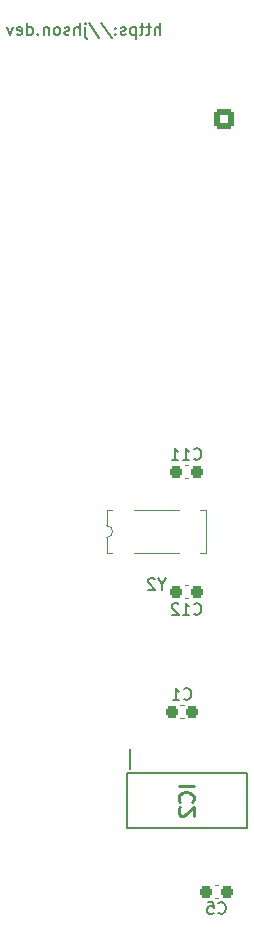
<source format=gbr>
%TF.GenerationSoftware,KiCad,Pcbnew,7.0.9*%
%TF.CreationDate,2023-12-21T15:51:04+09:00*%
%TF.ProjectId,STM32F405_dev_board,53544d33-3246-4343-9035-5f6465765f62,1.0.0*%
%TF.SameCoordinates,Original*%
%TF.FileFunction,Legend,Bot*%
%TF.FilePolarity,Positive*%
%FSLAX46Y46*%
G04 Gerber Fmt 4.6, Leading zero omitted, Abs format (unit mm)*
G04 Created by KiCad (PCBNEW 7.0.9) date 2023-12-21 15:51:04*
%MOMM*%
%LPD*%
G01*
G04 APERTURE LIST*
G04 Aperture macros list*
%AMRoundRect*
0 Rectangle with rounded corners*
0 $1 Rounding radius*
0 $2 $3 $4 $5 $6 $7 $8 $9 X,Y pos of 4 corners*
0 Add a 4 corners polygon primitive as box body*
4,1,4,$2,$3,$4,$5,$6,$7,$8,$9,$2,$3,0*
0 Add four circle primitives for the rounded corners*
1,1,$1+$1,$2,$3*
1,1,$1+$1,$4,$5*
1,1,$1+$1,$6,$7*
1,1,$1+$1,$8,$9*
0 Add four rect primitives between the rounded corners*
20,1,$1+$1,$2,$3,$4,$5,0*
20,1,$1+$1,$4,$5,$6,$7,0*
20,1,$1+$1,$6,$7,$8,$9,0*
20,1,$1+$1,$8,$9,$2,$3,0*%
G04 Aperture macros list end*
%ADD10C,0.150000*%
%ADD11C,0.254000*%
%ADD12C,0.200000*%
%ADD13C,0.120000*%
%ADD14R,1.300000X1.300000*%
%ADD15C,1.300000*%
%ADD16C,3.500000*%
%ADD17C,0.800000*%
%ADD18C,2.000000*%
%ADD19C,2.565000*%
%ADD20RoundRect,0.250000X-0.600000X0.600000X-0.600000X-0.600000X0.600000X-0.600000X0.600000X0.600000X0*%
%ADD21C,1.700000*%
%ADD22R,1.700000X1.700000*%
%ADD23O,1.700000X1.700000*%
%ADD24R,0.450000X1.725000*%
%ADD25RoundRect,0.237500X0.300000X0.237500X-0.300000X0.237500X-0.300000X-0.237500X0.300000X-0.237500X0*%
%ADD26RoundRect,0.237500X-0.300000X-0.237500X0.300000X-0.237500X0.300000X0.237500X-0.300000X0.237500X0*%
%ADD27R,1.430000X2.850000*%
G04 APERTURE END LIST*
D10*
X151428220Y-59559819D02*
X151428220Y-58559819D01*
X150999649Y-59559819D02*
X150999649Y-59036009D01*
X150999649Y-59036009D02*
X151047268Y-58940771D01*
X151047268Y-58940771D02*
X151142506Y-58893152D01*
X151142506Y-58893152D02*
X151285363Y-58893152D01*
X151285363Y-58893152D02*
X151380601Y-58940771D01*
X151380601Y-58940771D02*
X151428220Y-58988390D01*
X150666315Y-58893152D02*
X150285363Y-58893152D01*
X150523458Y-58559819D02*
X150523458Y-59416961D01*
X150523458Y-59416961D02*
X150475839Y-59512200D01*
X150475839Y-59512200D02*
X150380601Y-59559819D01*
X150380601Y-59559819D02*
X150285363Y-59559819D01*
X150094886Y-58893152D02*
X149713934Y-58893152D01*
X149952029Y-58559819D02*
X149952029Y-59416961D01*
X149952029Y-59416961D02*
X149904410Y-59512200D01*
X149904410Y-59512200D02*
X149809172Y-59559819D01*
X149809172Y-59559819D02*
X149713934Y-59559819D01*
X149380600Y-58893152D02*
X149380600Y-59893152D01*
X149380600Y-58940771D02*
X149285362Y-58893152D01*
X149285362Y-58893152D02*
X149094886Y-58893152D01*
X149094886Y-58893152D02*
X148999648Y-58940771D01*
X148999648Y-58940771D02*
X148952029Y-58988390D01*
X148952029Y-58988390D02*
X148904410Y-59083628D01*
X148904410Y-59083628D02*
X148904410Y-59369342D01*
X148904410Y-59369342D02*
X148952029Y-59464580D01*
X148952029Y-59464580D02*
X148999648Y-59512200D01*
X148999648Y-59512200D02*
X149094886Y-59559819D01*
X149094886Y-59559819D02*
X149285362Y-59559819D01*
X149285362Y-59559819D02*
X149380600Y-59512200D01*
X148523457Y-59512200D02*
X148428219Y-59559819D01*
X148428219Y-59559819D02*
X148237743Y-59559819D01*
X148237743Y-59559819D02*
X148142505Y-59512200D01*
X148142505Y-59512200D02*
X148094886Y-59416961D01*
X148094886Y-59416961D02*
X148094886Y-59369342D01*
X148094886Y-59369342D02*
X148142505Y-59274104D01*
X148142505Y-59274104D02*
X148237743Y-59226485D01*
X148237743Y-59226485D02*
X148380600Y-59226485D01*
X148380600Y-59226485D02*
X148475838Y-59178866D01*
X148475838Y-59178866D02*
X148523457Y-59083628D01*
X148523457Y-59083628D02*
X148523457Y-59036009D01*
X148523457Y-59036009D02*
X148475838Y-58940771D01*
X148475838Y-58940771D02*
X148380600Y-58893152D01*
X148380600Y-58893152D02*
X148237743Y-58893152D01*
X148237743Y-58893152D02*
X148142505Y-58940771D01*
X147666314Y-59464580D02*
X147618695Y-59512200D01*
X147618695Y-59512200D02*
X147666314Y-59559819D01*
X147666314Y-59559819D02*
X147713933Y-59512200D01*
X147713933Y-59512200D02*
X147666314Y-59464580D01*
X147666314Y-59464580D02*
X147666314Y-59559819D01*
X147666314Y-58940771D02*
X147618695Y-58988390D01*
X147618695Y-58988390D02*
X147666314Y-59036009D01*
X147666314Y-59036009D02*
X147713933Y-58988390D01*
X147713933Y-58988390D02*
X147666314Y-58940771D01*
X147666314Y-58940771D02*
X147666314Y-59036009D01*
X146475839Y-58512200D02*
X147332981Y-59797914D01*
X145428220Y-58512200D02*
X146285362Y-59797914D01*
X145094886Y-58893152D02*
X145094886Y-59750295D01*
X145094886Y-59750295D02*
X145142505Y-59845533D01*
X145142505Y-59845533D02*
X145237743Y-59893152D01*
X145237743Y-59893152D02*
X145285362Y-59893152D01*
X145094886Y-58559819D02*
X145142505Y-58607438D01*
X145142505Y-58607438D02*
X145094886Y-58655057D01*
X145094886Y-58655057D02*
X145047267Y-58607438D01*
X145047267Y-58607438D02*
X145094886Y-58559819D01*
X145094886Y-58559819D02*
X145094886Y-58655057D01*
X144618696Y-59559819D02*
X144618696Y-58559819D01*
X144190125Y-59559819D02*
X144190125Y-59036009D01*
X144190125Y-59036009D02*
X144237744Y-58940771D01*
X144237744Y-58940771D02*
X144332982Y-58893152D01*
X144332982Y-58893152D02*
X144475839Y-58893152D01*
X144475839Y-58893152D02*
X144571077Y-58940771D01*
X144571077Y-58940771D02*
X144618696Y-58988390D01*
X143761553Y-59512200D02*
X143666315Y-59559819D01*
X143666315Y-59559819D02*
X143475839Y-59559819D01*
X143475839Y-59559819D02*
X143380601Y-59512200D01*
X143380601Y-59512200D02*
X143332982Y-59416961D01*
X143332982Y-59416961D02*
X143332982Y-59369342D01*
X143332982Y-59369342D02*
X143380601Y-59274104D01*
X143380601Y-59274104D02*
X143475839Y-59226485D01*
X143475839Y-59226485D02*
X143618696Y-59226485D01*
X143618696Y-59226485D02*
X143713934Y-59178866D01*
X143713934Y-59178866D02*
X143761553Y-59083628D01*
X143761553Y-59083628D02*
X143761553Y-59036009D01*
X143761553Y-59036009D02*
X143713934Y-58940771D01*
X143713934Y-58940771D02*
X143618696Y-58893152D01*
X143618696Y-58893152D02*
X143475839Y-58893152D01*
X143475839Y-58893152D02*
X143380601Y-58940771D01*
X142761553Y-59559819D02*
X142856791Y-59512200D01*
X142856791Y-59512200D02*
X142904410Y-59464580D01*
X142904410Y-59464580D02*
X142952029Y-59369342D01*
X142952029Y-59369342D02*
X142952029Y-59083628D01*
X142952029Y-59083628D02*
X142904410Y-58988390D01*
X142904410Y-58988390D02*
X142856791Y-58940771D01*
X142856791Y-58940771D02*
X142761553Y-58893152D01*
X142761553Y-58893152D02*
X142618696Y-58893152D01*
X142618696Y-58893152D02*
X142523458Y-58940771D01*
X142523458Y-58940771D02*
X142475839Y-58988390D01*
X142475839Y-58988390D02*
X142428220Y-59083628D01*
X142428220Y-59083628D02*
X142428220Y-59369342D01*
X142428220Y-59369342D02*
X142475839Y-59464580D01*
X142475839Y-59464580D02*
X142523458Y-59512200D01*
X142523458Y-59512200D02*
X142618696Y-59559819D01*
X142618696Y-59559819D02*
X142761553Y-59559819D01*
X141999648Y-58893152D02*
X141999648Y-59559819D01*
X141999648Y-58988390D02*
X141952029Y-58940771D01*
X141952029Y-58940771D02*
X141856791Y-58893152D01*
X141856791Y-58893152D02*
X141713934Y-58893152D01*
X141713934Y-58893152D02*
X141618696Y-58940771D01*
X141618696Y-58940771D02*
X141571077Y-59036009D01*
X141571077Y-59036009D02*
X141571077Y-59559819D01*
X141094886Y-59464580D02*
X141047267Y-59512200D01*
X141047267Y-59512200D02*
X141094886Y-59559819D01*
X141094886Y-59559819D02*
X141142505Y-59512200D01*
X141142505Y-59512200D02*
X141094886Y-59464580D01*
X141094886Y-59464580D02*
X141094886Y-59559819D01*
X140190125Y-59559819D02*
X140190125Y-58559819D01*
X140190125Y-59512200D02*
X140285363Y-59559819D01*
X140285363Y-59559819D02*
X140475839Y-59559819D01*
X140475839Y-59559819D02*
X140571077Y-59512200D01*
X140571077Y-59512200D02*
X140618696Y-59464580D01*
X140618696Y-59464580D02*
X140666315Y-59369342D01*
X140666315Y-59369342D02*
X140666315Y-59083628D01*
X140666315Y-59083628D02*
X140618696Y-58988390D01*
X140618696Y-58988390D02*
X140571077Y-58940771D01*
X140571077Y-58940771D02*
X140475839Y-58893152D01*
X140475839Y-58893152D02*
X140285363Y-58893152D01*
X140285363Y-58893152D02*
X140190125Y-58940771D01*
X139332982Y-59512200D02*
X139428220Y-59559819D01*
X139428220Y-59559819D02*
X139618696Y-59559819D01*
X139618696Y-59559819D02*
X139713934Y-59512200D01*
X139713934Y-59512200D02*
X139761553Y-59416961D01*
X139761553Y-59416961D02*
X139761553Y-59036009D01*
X139761553Y-59036009D02*
X139713934Y-58940771D01*
X139713934Y-58940771D02*
X139618696Y-58893152D01*
X139618696Y-58893152D02*
X139428220Y-58893152D01*
X139428220Y-58893152D02*
X139332982Y-58940771D01*
X139332982Y-58940771D02*
X139285363Y-59036009D01*
X139285363Y-59036009D02*
X139285363Y-59131247D01*
X139285363Y-59131247D02*
X139761553Y-59226485D01*
X138952029Y-58893152D02*
X138713934Y-59559819D01*
X138713934Y-59559819D02*
X138475839Y-58893152D01*
D11*
X154277568Y-123137237D02*
X153007568Y-123137237D01*
X154156615Y-124467714D02*
X154217092Y-124407238D01*
X154217092Y-124407238D02*
X154277568Y-124225809D01*
X154277568Y-124225809D02*
X154277568Y-124104857D01*
X154277568Y-124104857D02*
X154217092Y-123923428D01*
X154217092Y-123923428D02*
X154096139Y-123802476D01*
X154096139Y-123802476D02*
X153975187Y-123741999D01*
X153975187Y-123741999D02*
X153733282Y-123681523D01*
X153733282Y-123681523D02*
X153551853Y-123681523D01*
X153551853Y-123681523D02*
X153309949Y-123741999D01*
X153309949Y-123741999D02*
X153188996Y-123802476D01*
X153188996Y-123802476D02*
X153068044Y-123923428D01*
X153068044Y-123923428D02*
X153007568Y-124104857D01*
X153007568Y-124104857D02*
X153007568Y-124225809D01*
X153007568Y-124225809D02*
X153068044Y-124407238D01*
X153068044Y-124407238D02*
X153128520Y-124467714D01*
X153128520Y-124951523D02*
X153068044Y-125011999D01*
X153068044Y-125011999D02*
X153007568Y-125132952D01*
X153007568Y-125132952D02*
X153007568Y-125435333D01*
X153007568Y-125435333D02*
X153068044Y-125556285D01*
X153068044Y-125556285D02*
X153128520Y-125616761D01*
X153128520Y-125616761D02*
X153249472Y-125677238D01*
X153249472Y-125677238D02*
X153370425Y-125677238D01*
X153370425Y-125677238D02*
X153551853Y-125616761D01*
X153551853Y-125616761D02*
X154277568Y-124891047D01*
X154277568Y-124891047D02*
X154277568Y-125677238D01*
D10*
X154312857Y-108563580D02*
X154360476Y-108611200D01*
X154360476Y-108611200D02*
X154503333Y-108658819D01*
X154503333Y-108658819D02*
X154598571Y-108658819D01*
X154598571Y-108658819D02*
X154741428Y-108611200D01*
X154741428Y-108611200D02*
X154836666Y-108515961D01*
X154836666Y-108515961D02*
X154884285Y-108420723D01*
X154884285Y-108420723D02*
X154931904Y-108230247D01*
X154931904Y-108230247D02*
X154931904Y-108087390D01*
X154931904Y-108087390D02*
X154884285Y-107896914D01*
X154884285Y-107896914D02*
X154836666Y-107801676D01*
X154836666Y-107801676D02*
X154741428Y-107706438D01*
X154741428Y-107706438D02*
X154598571Y-107658819D01*
X154598571Y-107658819D02*
X154503333Y-107658819D01*
X154503333Y-107658819D02*
X154360476Y-107706438D01*
X154360476Y-107706438D02*
X154312857Y-107754057D01*
X153360476Y-108658819D02*
X153931904Y-108658819D01*
X153646190Y-108658819D02*
X153646190Y-107658819D01*
X153646190Y-107658819D02*
X153741428Y-107801676D01*
X153741428Y-107801676D02*
X153836666Y-107896914D01*
X153836666Y-107896914D02*
X153931904Y-107944533D01*
X152979523Y-107754057D02*
X152931904Y-107706438D01*
X152931904Y-107706438D02*
X152836666Y-107658819D01*
X152836666Y-107658819D02*
X152598571Y-107658819D01*
X152598571Y-107658819D02*
X152503333Y-107706438D01*
X152503333Y-107706438D02*
X152455714Y-107754057D01*
X152455714Y-107754057D02*
X152408095Y-107849295D01*
X152408095Y-107849295D02*
X152408095Y-107944533D01*
X152408095Y-107944533D02*
X152455714Y-108087390D01*
X152455714Y-108087390D02*
X153027142Y-108658819D01*
X153027142Y-108658819D02*
X152408095Y-108658819D01*
X156376666Y-133869580D02*
X156424285Y-133917200D01*
X156424285Y-133917200D02*
X156567142Y-133964819D01*
X156567142Y-133964819D02*
X156662380Y-133964819D01*
X156662380Y-133964819D02*
X156805237Y-133917200D01*
X156805237Y-133917200D02*
X156900475Y-133821961D01*
X156900475Y-133821961D02*
X156948094Y-133726723D01*
X156948094Y-133726723D02*
X156995713Y-133536247D01*
X156995713Y-133536247D02*
X156995713Y-133393390D01*
X156995713Y-133393390D02*
X156948094Y-133202914D01*
X156948094Y-133202914D02*
X156900475Y-133107676D01*
X156900475Y-133107676D02*
X156805237Y-133012438D01*
X156805237Y-133012438D02*
X156662380Y-132964819D01*
X156662380Y-132964819D02*
X156567142Y-132964819D01*
X156567142Y-132964819D02*
X156424285Y-133012438D01*
X156424285Y-133012438D02*
X156376666Y-133060057D01*
X155471904Y-132964819D02*
X155948094Y-132964819D01*
X155948094Y-132964819D02*
X155995713Y-133441009D01*
X155995713Y-133441009D02*
X155948094Y-133393390D01*
X155948094Y-133393390D02*
X155852856Y-133345771D01*
X155852856Y-133345771D02*
X155614761Y-133345771D01*
X155614761Y-133345771D02*
X155519523Y-133393390D01*
X155519523Y-133393390D02*
X155471904Y-133441009D01*
X155471904Y-133441009D02*
X155424285Y-133536247D01*
X155424285Y-133536247D02*
X155424285Y-133774342D01*
X155424285Y-133774342D02*
X155471904Y-133869580D01*
X155471904Y-133869580D02*
X155519523Y-133917200D01*
X155519523Y-133917200D02*
X155614761Y-133964819D01*
X155614761Y-133964819D02*
X155852856Y-133964819D01*
X155852856Y-133964819D02*
X155948094Y-133917200D01*
X155948094Y-133917200D02*
X155995713Y-133869580D01*
X153455666Y-115769580D02*
X153503285Y-115817200D01*
X153503285Y-115817200D02*
X153646142Y-115864819D01*
X153646142Y-115864819D02*
X153741380Y-115864819D01*
X153741380Y-115864819D02*
X153884237Y-115817200D01*
X153884237Y-115817200D02*
X153979475Y-115721961D01*
X153979475Y-115721961D02*
X154027094Y-115626723D01*
X154027094Y-115626723D02*
X154074713Y-115436247D01*
X154074713Y-115436247D02*
X154074713Y-115293390D01*
X154074713Y-115293390D02*
X154027094Y-115102914D01*
X154027094Y-115102914D02*
X153979475Y-115007676D01*
X153979475Y-115007676D02*
X153884237Y-114912438D01*
X153884237Y-114912438D02*
X153741380Y-114864819D01*
X153741380Y-114864819D02*
X153646142Y-114864819D01*
X153646142Y-114864819D02*
X153503285Y-114912438D01*
X153503285Y-114912438D02*
X153455666Y-114960057D01*
X152503285Y-115864819D02*
X153074713Y-115864819D01*
X152788999Y-115864819D02*
X152788999Y-114864819D01*
X152788999Y-114864819D02*
X152884237Y-115007676D01*
X152884237Y-115007676D02*
X152979475Y-115102914D01*
X152979475Y-115102914D02*
X153074713Y-115150533D01*
X151606190Y-106078628D02*
X151606190Y-106554819D01*
X151939523Y-105554819D02*
X151606190Y-106078628D01*
X151606190Y-106078628D02*
X151272857Y-105554819D01*
X150987142Y-105650057D02*
X150939523Y-105602438D01*
X150939523Y-105602438D02*
X150844285Y-105554819D01*
X150844285Y-105554819D02*
X150606190Y-105554819D01*
X150606190Y-105554819D02*
X150510952Y-105602438D01*
X150510952Y-105602438D02*
X150463333Y-105650057D01*
X150463333Y-105650057D02*
X150415714Y-105745295D01*
X150415714Y-105745295D02*
X150415714Y-105840533D01*
X150415714Y-105840533D02*
X150463333Y-105983390D01*
X150463333Y-105983390D02*
X151034761Y-106554819D01*
X151034761Y-106554819D02*
X150415714Y-106554819D01*
X154312857Y-95449580D02*
X154360476Y-95497200D01*
X154360476Y-95497200D02*
X154503333Y-95544819D01*
X154503333Y-95544819D02*
X154598571Y-95544819D01*
X154598571Y-95544819D02*
X154741428Y-95497200D01*
X154741428Y-95497200D02*
X154836666Y-95401961D01*
X154836666Y-95401961D02*
X154884285Y-95306723D01*
X154884285Y-95306723D02*
X154931904Y-95116247D01*
X154931904Y-95116247D02*
X154931904Y-94973390D01*
X154931904Y-94973390D02*
X154884285Y-94782914D01*
X154884285Y-94782914D02*
X154836666Y-94687676D01*
X154836666Y-94687676D02*
X154741428Y-94592438D01*
X154741428Y-94592438D02*
X154598571Y-94544819D01*
X154598571Y-94544819D02*
X154503333Y-94544819D01*
X154503333Y-94544819D02*
X154360476Y-94592438D01*
X154360476Y-94592438D02*
X154312857Y-94640057D01*
X153360476Y-95544819D02*
X153931904Y-95544819D01*
X153646190Y-95544819D02*
X153646190Y-94544819D01*
X153646190Y-94544819D02*
X153741428Y-94687676D01*
X153741428Y-94687676D02*
X153836666Y-94782914D01*
X153836666Y-94782914D02*
X153931904Y-94830533D01*
X152408095Y-95544819D02*
X152979523Y-95544819D01*
X152693809Y-95544819D02*
X152693809Y-94544819D01*
X152693809Y-94544819D02*
X152789047Y-94687676D01*
X152789047Y-94687676D02*
X152884285Y-94782914D01*
X152884285Y-94782914D02*
X152979523Y-94830533D01*
D12*
%TO.C,IC2*%
X148903250Y-120002000D02*
X148903250Y-121727000D01*
X158803250Y-122077000D02*
X148603250Y-122077000D01*
X148603250Y-122077000D02*
X148603250Y-126677000D01*
X158803250Y-126677000D02*
X158803250Y-122077000D01*
X148603250Y-126677000D02*
X158803250Y-126677000D01*
D13*
%TO.C,C12*%
X153816267Y-107190000D02*
X153523733Y-107190000D01*
X153816267Y-106170000D02*
X153523733Y-106170000D01*
%TO.C,C5*%
X156063733Y-131570000D02*
X156356267Y-131570000D01*
X156063733Y-132590000D02*
X156356267Y-132590000D01*
%TO.C,C1*%
X153435267Y-117350000D02*
X153142733Y-117350000D01*
X153435267Y-116330000D02*
X153142733Y-116330000D01*
%TO.C,Y2*%
X146930000Y-99800000D02*
X146930000Y-101100000D01*
X146930000Y-99800000D02*
X147400000Y-99800000D01*
X146930000Y-102100000D02*
X146930000Y-103400000D01*
X146930000Y-103400000D02*
X147400000Y-103400000D01*
X149230000Y-103400000D02*
X153030000Y-103400000D01*
X153030000Y-99800000D02*
X149230000Y-99800000D01*
X154860000Y-103400000D02*
X155330000Y-103400000D01*
X155330000Y-99800000D02*
X154860000Y-99800000D01*
X155330000Y-103400000D02*
X155330000Y-99800000D01*
X146930000Y-102100000D02*
G75*
G03*
X146930000Y-101100000I0J500000D01*
G01*
%TO.C,C11*%
X153816267Y-97030000D02*
X153523733Y-97030000D01*
X153816267Y-96010000D02*
X153523733Y-96010000D01*
%TD*%
%LPC*%
D14*
%TO.C,S2*%
X137160000Y-126365000D03*
D15*
X137160000Y-128905000D03*
X137160000Y-123825000D03*
%TD*%
D16*
%TO.C,REF\u002A\u002A*%
X162560000Y-60270000D03*
%TD*%
D17*
%TO.C,J6*%
X142458000Y-134617000D03*
X149058000Y-134617000D03*
D18*
X141148000Y-134057000D03*
X150368000Y-134057000D03*
D19*
X141148000Y-138557000D03*
X150368000Y-138557000D03*
%TD*%
D16*
%TO.C,REF\u002A\u002A*%
X128285913Y-139053348D03*
%TD*%
%TO.C,REF\u002A\u002A*%
X128270000Y-60270000D03*
%TD*%
D20*
%TO.C,J1*%
X156845000Y-66675000D03*
D21*
X156845000Y-69215000D03*
X154305000Y-66675000D03*
X154305000Y-69215000D03*
X151765000Y-66675000D03*
X151765000Y-69215000D03*
X149225000Y-66675000D03*
X149225000Y-69215000D03*
X146685000Y-66675000D03*
X146685000Y-69215000D03*
X144145000Y-66675000D03*
X144145000Y-69215000D03*
X141605000Y-66675000D03*
X141605000Y-69215000D03*
X139065000Y-66675000D03*
X139065000Y-69215000D03*
X136525000Y-66675000D03*
X136525000Y-69215000D03*
X133985000Y-66675000D03*
X133985000Y-69215000D03*
%TD*%
D22*
%TO.C,J3*%
X161290000Y-80590000D03*
D23*
X161290000Y-83130000D03*
X161290000Y-85670000D03*
X161290000Y-88210000D03*
X161290000Y-90750000D03*
X161290000Y-93290000D03*
X161290000Y-95830000D03*
X161290000Y-98370000D03*
X161290000Y-100910000D03*
X161290000Y-103450000D03*
X161290000Y-105990000D03*
X161290000Y-108530000D03*
X161290000Y-111070000D03*
X161290000Y-113610000D03*
X161290000Y-116150000D03*
X161290000Y-118690000D03*
X161290000Y-121230000D03*
X161290000Y-123770000D03*
X161290000Y-126310000D03*
X161290000Y-128850000D03*
%TD*%
D16*
%TO.C,REF\u002A\u002A*%
X162560000Y-139010000D03*
%TD*%
D14*
%TO.C,S3*%
X139700000Y-126365000D03*
D15*
X139700000Y-128905000D03*
X139700000Y-123825000D03*
%TD*%
D22*
%TO.C,J2*%
X129540000Y-80590000D03*
D23*
X129540000Y-83130000D03*
X129540000Y-85670000D03*
X129540000Y-88210000D03*
X129540000Y-90750000D03*
X129540000Y-93290000D03*
X129540000Y-95830000D03*
X129540000Y-98370000D03*
X129540000Y-100910000D03*
X129540000Y-103450000D03*
X129540000Y-105990000D03*
X129540000Y-108530000D03*
X129540000Y-111070000D03*
X129540000Y-113610000D03*
X129540000Y-116150000D03*
X129540000Y-118690000D03*
X129540000Y-121230000D03*
X129540000Y-123770000D03*
X129540000Y-126310000D03*
X129540000Y-128850000D03*
%TD*%
D24*
%TO.C,IC2*%
X149478250Y-120865000D03*
X150128250Y-120865000D03*
X150778250Y-120865000D03*
X151428250Y-120865000D03*
X152078250Y-120865000D03*
X152728250Y-120865000D03*
X153378250Y-120865000D03*
X154028250Y-120865000D03*
X154678250Y-120865000D03*
X155328250Y-120865000D03*
X155978250Y-120865000D03*
X156628250Y-120865000D03*
X157278250Y-120865000D03*
X157928250Y-120865000D03*
X157928250Y-127889000D03*
X157278250Y-127889000D03*
X156628250Y-127889000D03*
X155978250Y-127889000D03*
X155328250Y-127889000D03*
X154678250Y-127889000D03*
X154028250Y-127889000D03*
X153378250Y-127889000D03*
X152728250Y-127889000D03*
X152078250Y-127889000D03*
X151428250Y-127889000D03*
X150778250Y-127889000D03*
X150128250Y-127889000D03*
X149478250Y-127889000D03*
%TD*%
D25*
%TO.C,C12*%
X154532500Y-106680000D03*
X152807500Y-106680000D03*
%TD*%
D26*
%TO.C,C5*%
X155347500Y-132080000D03*
X157072500Y-132080000D03*
%TD*%
D25*
%TO.C,C1*%
X154151500Y-116840000D03*
X152426500Y-116840000D03*
%TD*%
D27*
%TO.C,Y2*%
X148315000Y-99525000D03*
X153945000Y-99525000D03*
X153945000Y-103675000D03*
X148315000Y-103675000D03*
%TD*%
D25*
%TO.C,C11*%
X154532500Y-96520000D03*
X152807500Y-96520000D03*
%TD*%
%LPD*%
M02*

</source>
